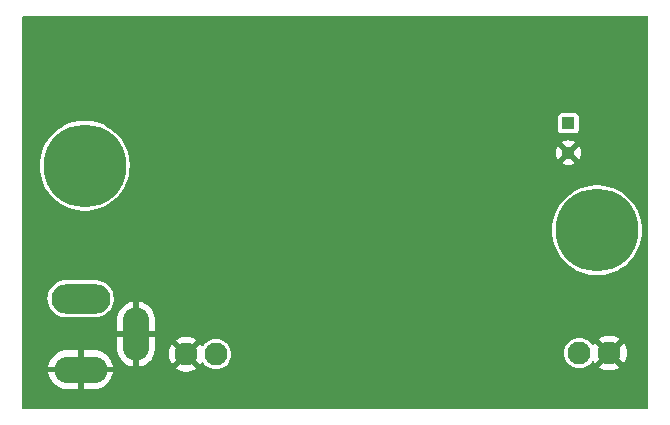
<source format=gbr>
%TF.GenerationSoftware,KiCad,Pcbnew,7.0.5-0*%
%TF.CreationDate,2023-07-08T10:54:15-04:00*%
%TF.ProjectId,PierogiNixiePSU,50696572-6f67-4694-9e69-786965505355,rev?*%
%TF.SameCoordinates,Original*%
%TF.FileFunction,Copper,L2,Inr*%
%TF.FilePolarity,Positive*%
%FSLAX46Y46*%
G04 Gerber Fmt 4.6, Leading zero omitted, Abs format (unit mm)*
G04 Created by KiCad (PCBNEW 7.0.5-0) date 2023-07-08 10:54:15*
%MOMM*%
%LPD*%
G01*
G04 APERTURE LIST*
%TA.AperFunction,ComponentPad*%
%ADD10C,1.950000*%
%TD*%
%TA.AperFunction,ComponentPad*%
%ADD11C,0.800000*%
%TD*%
%TA.AperFunction,ComponentPad*%
%ADD12C,7.000000*%
%TD*%
%TA.AperFunction,ComponentPad*%
%ADD13R,1.100000X1.100000*%
%TD*%
%TA.AperFunction,ComponentPad*%
%ADD14C,1.100000*%
%TD*%
%TA.AperFunction,ComponentPad*%
%ADD15O,5.000000X2.500000*%
%TD*%
%TA.AperFunction,ComponentPad*%
%ADD16O,4.500000X2.250000*%
%TD*%
%TA.AperFunction,ComponentPad*%
%ADD17O,2.250000X4.500000*%
%TD*%
%TA.AperFunction,ViaPad*%
%ADD18C,1.000000*%
%TD*%
G04 APERTURE END LIST*
D10*
%TO.N,GND*%
%TO.C,J1*%
X130430000Y-117000000D03*
%TO.N,Net-(C1-+)*%
X132970000Y-117000000D03*
%TD*%
D11*
%TO.N,N/C*%
%TO.C,H1*%
X162600000Y-106500000D03*
X163368845Y-104643845D03*
X163368845Y-108356155D03*
X165225000Y-103875000D03*
D12*
X165225000Y-106500000D03*
D11*
X165225000Y-109125000D03*
X167081155Y-104643845D03*
X167081155Y-108356155D03*
X167850000Y-106500000D03*
%TD*%
D13*
%TO.N,Net-(C4-+)*%
%TO.C,C4*%
X162800000Y-97450000D03*
D14*
%TO.N,GND*%
X162800000Y-99950000D03*
%TD*%
D10*
%TO.N,Net-(C4-+)*%
%TO.C,J2*%
X163730000Y-116900000D03*
%TO.N,GND*%
X166270000Y-116900000D03*
%TD*%
D15*
%TO.N,Net-(C1-+)*%
%TO.C,J3*%
X121500000Y-112300000D03*
D16*
%TO.N,GND*%
X121500000Y-118300000D03*
D17*
X126200000Y-115300000D03*
%TD*%
D11*
%TO.N,N/C*%
%TO.C,H2*%
X119218845Y-101043845D03*
X119987690Y-99187690D03*
X119987690Y-102900000D03*
X121843845Y-98418845D03*
D12*
X121843845Y-101043845D03*
D11*
X121843845Y-103668845D03*
X123700000Y-99187690D03*
X123700000Y-102900000D03*
X124468845Y-101043845D03*
%TD*%
D18*
%TO.N,GND*%
X126900000Y-101100000D03*
X142700000Y-117600000D03*
X125900000Y-107300000D03*
X160700000Y-113400000D03*
X152000000Y-111400000D03*
X122000000Y-94500000D03*
X137400000Y-114100000D03*
X167600000Y-96000000D03*
X166500000Y-111600000D03*
X166900000Y-101100000D03*
X128900000Y-111800000D03*
X154700000Y-111900000D03*
X142000000Y-108500000D03*
X164700000Y-94000000D03*
X156900000Y-106500000D03*
X118800000Y-94700000D03*
X118600000Y-107900000D03*
X139900000Y-95300000D03*
X121900000Y-90500000D03*
X141000000Y-102500000D03*
X157700000Y-103400000D03*
X122700000Y-107700000D03*
X154300000Y-103000000D03*
X143800000Y-113500000D03*
X156900000Y-101200000D03*
X154500000Y-99200000D03*
X126200000Y-94600000D03*
X125900000Y-90800000D03*
X148700000Y-111200000D03*
X139300000Y-105600000D03*
X147300000Y-106200000D03*
X148300000Y-113700000D03*
X142300000Y-116300000D03*
X136800000Y-103600000D03*
X154700000Y-90600000D03*
X129200000Y-103800000D03*
X138000000Y-119700000D03*
X167700000Y-89900000D03*
X118700000Y-91400000D03*
%TD*%
%TA.AperFunction,Conductor*%
%TO.N,GND*%
G36*
X169455360Y-88366588D02*
G01*
X169522397Y-88386277D01*
X169568148Y-88439084D01*
X169579350Y-88490588D01*
X169579350Y-121516588D01*
X169559665Y-121583627D01*
X169506861Y-121629382D01*
X169455342Y-121640588D01*
X116649492Y-121637010D01*
X116582453Y-121617321D01*
X116536702Y-121564514D01*
X116525500Y-121513010D01*
X116525500Y-118550000D01*
X118764651Y-118550000D01*
X118765043Y-118554995D01*
X118765044Y-118554997D01*
X118824752Y-118803702D01*
X118922634Y-119040012D01*
X118922636Y-119040015D01*
X119056278Y-119258100D01*
X119056279Y-119258102D01*
X119222398Y-119452601D01*
X119416897Y-119618720D01*
X119416899Y-119618721D01*
X119634984Y-119752363D01*
X119634987Y-119752365D01*
X119871297Y-119850247D01*
X120120011Y-119909957D01*
X120120010Y-119909957D01*
X120311144Y-119924999D01*
X120311158Y-119925000D01*
X121250000Y-119925000D01*
X121250000Y-118800000D01*
X121750000Y-118800000D01*
X121749999Y-119925000D01*
X122688842Y-119925000D01*
X122688855Y-119924999D01*
X122879988Y-119909957D01*
X123128702Y-119850247D01*
X123365012Y-119752365D01*
X123365015Y-119752363D01*
X123583100Y-119618721D01*
X123583102Y-119618720D01*
X123777601Y-119452601D01*
X123943720Y-119258102D01*
X123943721Y-119258100D01*
X124077363Y-119040015D01*
X124077365Y-119040012D01*
X124175247Y-118803702D01*
X124234955Y-118554997D01*
X124234956Y-118554995D01*
X124235349Y-118550000D01*
X122933686Y-118550000D01*
X122959493Y-118509844D01*
X123000000Y-118371889D01*
X123000000Y-118228111D01*
X122959493Y-118090156D01*
X122933686Y-118050000D01*
X124235349Y-118050000D01*
X124234956Y-118045004D01*
X124234955Y-118045002D01*
X124175247Y-117796297D01*
X124077365Y-117559987D01*
X124077363Y-117559984D01*
X123943721Y-117341899D01*
X123943720Y-117341897D01*
X123777601Y-117147398D01*
X123583102Y-116981279D01*
X123583100Y-116981278D01*
X123365015Y-116847636D01*
X123365012Y-116847634D01*
X123128702Y-116749752D01*
X122879988Y-116690042D01*
X122879989Y-116690042D01*
X122688855Y-116675000D01*
X121750000Y-116675000D01*
X121749999Y-117800000D01*
X121250000Y-117800000D01*
X121250000Y-116675000D01*
X120311144Y-116675000D01*
X120120011Y-116690042D01*
X119871297Y-116749752D01*
X119634987Y-116847634D01*
X119634984Y-116847636D01*
X119416899Y-116981278D01*
X119416897Y-116981279D01*
X119222398Y-117147398D01*
X119056279Y-117341897D01*
X119056278Y-117341899D01*
X118922636Y-117559984D01*
X118922634Y-117559987D01*
X118824752Y-117796297D01*
X118765044Y-118045002D01*
X118765043Y-118045004D01*
X118764651Y-118050000D01*
X120066314Y-118050000D01*
X120040507Y-118090156D01*
X120000000Y-118228111D01*
X120000000Y-118371889D01*
X120040507Y-118509844D01*
X120066314Y-118550000D01*
X118764651Y-118550000D01*
X116525500Y-118550000D01*
X116525500Y-116488855D01*
X124575000Y-116488855D01*
X124590042Y-116679988D01*
X124649752Y-116928702D01*
X124747634Y-117165012D01*
X124747636Y-117165015D01*
X124881278Y-117383100D01*
X124881279Y-117383102D01*
X125047398Y-117577601D01*
X125241897Y-117743720D01*
X125241899Y-117743721D01*
X125459984Y-117877363D01*
X125459987Y-117877365D01*
X125696297Y-117975247D01*
X125945010Y-118034957D01*
X125950000Y-118035348D01*
X125949999Y-116733686D01*
X125990156Y-116759493D01*
X126128111Y-116800000D01*
X126271889Y-116800000D01*
X126409844Y-116759493D01*
X126449999Y-116733686D01*
X126449999Y-118035348D01*
X126454989Y-118034957D01*
X126703702Y-117975247D01*
X126940012Y-117877365D01*
X126940015Y-117877363D01*
X127158100Y-117743721D01*
X127158102Y-117743720D01*
X127352601Y-117577601D01*
X127518720Y-117383102D01*
X127518721Y-117383100D01*
X127652363Y-117165015D01*
X127652365Y-117165012D01*
X127720713Y-117000005D01*
X128949944Y-117000005D01*
X128970130Y-117243605D01*
X129030138Y-117480573D01*
X129128328Y-117704424D01*
X129224626Y-117851820D01*
X129827452Y-117248993D01*
X129837188Y-117278956D01*
X129925186Y-117417619D01*
X130044903Y-117530040D01*
X130179510Y-117604041D01*
X129577757Y-118205793D01*
X129577758Y-118205794D01*
X129620485Y-118239050D01*
X129620485Y-118239051D01*
X129835468Y-118355394D01*
X129835476Y-118355397D01*
X130066664Y-118434765D01*
X130307779Y-118475000D01*
X130552221Y-118475000D01*
X130793335Y-118434765D01*
X131024523Y-118355397D01*
X131024531Y-118355394D01*
X131239515Y-118239050D01*
X131239516Y-118239048D01*
X131282240Y-118205794D01*
X131282241Y-118205793D01*
X130677534Y-117601086D01*
X130745629Y-117574126D01*
X130878492Y-117477595D01*
X130983175Y-117351055D01*
X131031631Y-117248079D01*
X131635372Y-117851820D01*
X131712808Y-117733298D01*
X131765954Y-117687941D01*
X131835186Y-117678518D01*
X131898521Y-117708020D01*
X131918190Y-117729996D01*
X131933472Y-117751820D01*
X131985487Y-117826105D01*
X132143895Y-117984513D01*
X132327404Y-118113008D01*
X132383252Y-118139050D01*
X132530432Y-118207681D01*
X132530434Y-118207681D01*
X132530439Y-118207684D01*
X132746829Y-118265666D01*
X132906236Y-118279612D01*
X132969998Y-118285191D01*
X132970000Y-118285191D01*
X132970002Y-118285191D01*
X133025792Y-118280309D01*
X133193171Y-118265666D01*
X133409561Y-118207684D01*
X133612596Y-118113008D01*
X133796105Y-117984513D01*
X133954513Y-117826105D01*
X134083008Y-117642596D01*
X134177684Y-117439561D01*
X134235666Y-117223171D01*
X134255191Y-117000000D01*
X134255190Y-116999994D01*
X134248953Y-116928702D01*
X134246442Y-116900001D01*
X162444809Y-116900001D01*
X162464333Y-117123165D01*
X162464334Y-117123173D01*
X162522314Y-117339556D01*
X162522318Y-117339567D01*
X162616990Y-117542592D01*
X162616996Y-117542602D01*
X162681402Y-117634583D01*
X162745487Y-117726105D01*
X162903895Y-117884513D01*
X163087404Y-118013008D01*
X163209555Y-118069967D01*
X163290432Y-118107681D01*
X163290434Y-118107681D01*
X163290439Y-118107684D01*
X163506829Y-118165666D01*
X163666236Y-118179612D01*
X163729998Y-118185191D01*
X163730000Y-118185191D01*
X163730002Y-118185191D01*
X163785792Y-118180309D01*
X163953171Y-118165666D01*
X164169561Y-118107684D01*
X164372596Y-118013008D01*
X164556105Y-117884513D01*
X164714513Y-117726105D01*
X164781811Y-117629993D01*
X164836385Y-117586372D01*
X164905883Y-117579179D01*
X164968238Y-117610701D01*
X164987192Y-117633298D01*
X165064626Y-117751820D01*
X165667452Y-117148993D01*
X165677188Y-117178956D01*
X165765186Y-117317619D01*
X165884903Y-117430040D01*
X166019510Y-117504041D01*
X165417757Y-118105793D01*
X165417758Y-118105794D01*
X165460485Y-118139050D01*
X165460485Y-118139051D01*
X165675468Y-118255394D01*
X165675476Y-118255397D01*
X165906664Y-118334765D01*
X166147779Y-118375000D01*
X166392221Y-118375000D01*
X166633335Y-118334765D01*
X166864523Y-118255397D01*
X166864531Y-118255394D01*
X167079515Y-118139050D01*
X167079516Y-118139048D01*
X167122240Y-118105794D01*
X167122241Y-118105793D01*
X166517534Y-117501086D01*
X166585629Y-117474126D01*
X166718492Y-117377595D01*
X166823175Y-117251055D01*
X166871632Y-117148078D01*
X167475372Y-117751820D01*
X167571669Y-117604429D01*
X167669861Y-117380573D01*
X167729869Y-117143605D01*
X167750055Y-116900005D01*
X167750055Y-116899994D01*
X167729869Y-116656394D01*
X167669861Y-116419426D01*
X167571671Y-116195575D01*
X167475372Y-116048178D01*
X166872546Y-116651004D01*
X166862812Y-116621044D01*
X166774814Y-116482381D01*
X166655097Y-116369960D01*
X166520489Y-116295958D01*
X167122240Y-115694205D01*
X167122240Y-115694204D01*
X167079514Y-115660949D01*
X167079514Y-115660948D01*
X166864531Y-115544605D01*
X166864523Y-115544602D01*
X166633335Y-115465234D01*
X166392221Y-115425000D01*
X166147779Y-115425000D01*
X165906664Y-115465234D01*
X165675476Y-115544602D01*
X165675468Y-115544605D01*
X165460484Y-115660949D01*
X165460478Y-115660953D01*
X165417758Y-115694203D01*
X165417758Y-115694205D01*
X166022466Y-116298913D01*
X165954371Y-116325874D01*
X165821508Y-116422405D01*
X165716825Y-116548945D01*
X165668368Y-116651920D01*
X165064626Y-116048179D01*
X164987192Y-116166701D01*
X164934045Y-116212057D01*
X164864814Y-116221481D01*
X164801478Y-116191979D01*
X164781808Y-116170002D01*
X164714516Y-116073899D01*
X164714511Y-116073893D01*
X164556105Y-115915487D01*
X164372602Y-115786996D01*
X164372599Y-115786994D01*
X164372596Y-115786992D01*
X164316755Y-115760953D01*
X164169567Y-115692318D01*
X164169556Y-115692314D01*
X163953173Y-115634334D01*
X163953165Y-115634333D01*
X163730002Y-115614809D01*
X163729998Y-115614809D01*
X163506834Y-115634333D01*
X163506826Y-115634334D01*
X163290443Y-115692314D01*
X163290437Y-115692317D01*
X163087404Y-115786992D01*
X163087400Y-115786994D01*
X162903899Y-115915483D01*
X162903893Y-115915488D01*
X162745488Y-116073893D01*
X162745483Y-116073899D01*
X162616994Y-116257400D01*
X162616992Y-116257404D01*
X162522317Y-116460437D01*
X162522314Y-116460443D01*
X162464334Y-116676826D01*
X162464333Y-116676834D01*
X162444809Y-116899998D01*
X162444809Y-116900001D01*
X134246442Y-116900001D01*
X134235666Y-116776829D01*
X134177684Y-116560439D01*
X134083008Y-116357405D01*
X134083006Y-116357402D01*
X134083005Y-116357400D01*
X133954516Y-116173899D01*
X133954511Y-116173893D01*
X133796105Y-116015487D01*
X133612602Y-115886996D01*
X133612599Y-115886994D01*
X133612596Y-115886992D01*
X133612592Y-115886990D01*
X133409567Y-115792318D01*
X133409556Y-115792314D01*
X133193173Y-115734334D01*
X133193165Y-115734333D01*
X132970002Y-115714809D01*
X132969998Y-115714809D01*
X132746834Y-115734333D01*
X132746826Y-115734334D01*
X132530443Y-115792314D01*
X132530437Y-115792317D01*
X132327404Y-115886992D01*
X132327400Y-115886994D01*
X132143899Y-116015483D01*
X132143893Y-116015488D01*
X131985488Y-116173893D01*
X131985487Y-116173895D01*
X131918191Y-116270003D01*
X131863613Y-116313628D01*
X131794115Y-116320820D01*
X131731760Y-116289298D01*
X131712807Y-116266701D01*
X131635372Y-116148178D01*
X131032546Y-116751004D01*
X131022812Y-116721044D01*
X130934814Y-116582381D01*
X130815097Y-116469960D01*
X130680489Y-116395958D01*
X131282240Y-115794205D01*
X131282240Y-115794204D01*
X131239514Y-115760949D01*
X131239514Y-115760948D01*
X131024531Y-115644605D01*
X131024523Y-115644602D01*
X130793335Y-115565234D01*
X130552221Y-115525000D01*
X130307779Y-115525000D01*
X130066664Y-115565234D01*
X129835476Y-115644602D01*
X129835468Y-115644605D01*
X129620484Y-115760949D01*
X129620478Y-115760953D01*
X129577758Y-115794203D01*
X129577758Y-115794205D01*
X130182466Y-116398913D01*
X130114371Y-116425874D01*
X129981508Y-116522405D01*
X129876825Y-116648945D01*
X129828368Y-116751921D01*
X129224625Y-116148178D01*
X129128329Y-116295572D01*
X129030138Y-116519426D01*
X128970130Y-116756394D01*
X128949944Y-116999994D01*
X128949944Y-117000005D01*
X127720713Y-117000005D01*
X127750247Y-116928702D01*
X127809957Y-116679988D01*
X127824999Y-116488855D01*
X127825000Y-116488842D01*
X127825000Y-115550000D01*
X126700000Y-115550000D01*
X126700000Y-115050000D01*
X127825000Y-115050000D01*
X127825000Y-114111157D01*
X127824999Y-114111144D01*
X127809957Y-113920011D01*
X127750247Y-113671297D01*
X127652365Y-113434987D01*
X127652363Y-113434984D01*
X127518721Y-113216899D01*
X127518720Y-113216897D01*
X127352601Y-113022398D01*
X127158102Y-112856279D01*
X127158100Y-112856278D01*
X126940015Y-112722636D01*
X126940012Y-112722634D01*
X126703702Y-112624752D01*
X126454997Y-112565044D01*
X126454995Y-112565043D01*
X126450000Y-112564650D01*
X126449999Y-113866313D01*
X126409844Y-113840507D01*
X126271889Y-113800000D01*
X126128111Y-113800000D01*
X125990156Y-113840507D01*
X125949999Y-113866313D01*
X125949999Y-112564650D01*
X125945004Y-112565043D01*
X125945002Y-112565044D01*
X125696297Y-112624752D01*
X125459987Y-112722634D01*
X125459984Y-112722636D01*
X125241899Y-112856278D01*
X125241897Y-112856279D01*
X125047398Y-113022398D01*
X124881279Y-113216897D01*
X124881278Y-113216899D01*
X124747636Y-113434984D01*
X124747634Y-113434987D01*
X124649752Y-113671297D01*
X124590042Y-113920011D01*
X124575000Y-114111144D01*
X124575000Y-115050000D01*
X125700000Y-115050000D01*
X125700000Y-115550000D01*
X124575000Y-115550000D01*
X124575000Y-116488855D01*
X116525500Y-116488855D01*
X116525500Y-112362822D01*
X118690904Y-112362822D01*
X118706114Y-112488081D01*
X118721174Y-112612112D01*
X118791038Y-112853311D01*
X118898689Y-113080180D01*
X118971997Y-113186386D01*
X119041338Y-113286843D01*
X119041341Y-113286847D01*
X119215287Y-113467944D01*
X119416035Y-113618797D01*
X119416037Y-113618798D01*
X119416041Y-113618801D01*
X119516064Y-113671297D01*
X119638388Y-113735498D01*
X119638390Y-113735498D01*
X119638391Y-113735499D01*
X119757486Y-113775259D01*
X119876580Y-113815019D01*
X119936257Y-113824717D01*
X120124441Y-113855299D01*
X120124442Y-113855300D01*
X120124443Y-113855300D01*
X122812670Y-113855300D01*
X122812680Y-113855300D01*
X123000299Y-113840154D01*
X123244116Y-113780058D01*
X123475135Y-113681630D01*
X123687374Y-113547419D01*
X123875335Y-113380899D01*
X124034151Y-113186386D01*
X124159708Y-112968915D01*
X124248754Y-112734119D01*
X124298983Y-112488081D01*
X124309095Y-112237171D01*
X124278826Y-111987888D01*
X124208962Y-111746689D01*
X124101311Y-111519820D01*
X123958663Y-111313158D01*
X123958660Y-111313155D01*
X123958658Y-111313152D01*
X123784712Y-111132055D01*
X123583964Y-110981202D01*
X123583960Y-110981199D01*
X123583959Y-110981199D01*
X123556309Y-110966687D01*
X123361611Y-110864501D01*
X123361607Y-110864500D01*
X123123419Y-110784980D01*
X122875559Y-110744700D01*
X122875557Y-110744700D01*
X120187320Y-110744700D01*
X120187310Y-110744700D01*
X119999701Y-110759845D01*
X119755881Y-110819942D01*
X119524870Y-110918367D01*
X119524869Y-110918367D01*
X119312623Y-111052582D01*
X119124666Y-111219098D01*
X118965848Y-111413613D01*
X118965845Y-111413618D01*
X118840292Y-111631083D01*
X118751245Y-111865883D01*
X118701017Y-112111912D01*
X118701016Y-112111922D01*
X118690904Y-112362822D01*
X116525500Y-112362822D01*
X116525500Y-106500000D01*
X161414810Y-106500000D01*
X161434358Y-106885470D01*
X161492804Y-107266981D01*
X161589550Y-107640638D01*
X161723593Y-108002564D01*
X161723599Y-108002579D01*
X161893572Y-108349092D01*
X161893573Y-108349093D01*
X162097735Y-108676640D01*
X162333987Y-108981853D01*
X162599905Y-109261598D01*
X162892757Y-109513004D01*
X162892760Y-109513006D01*
X163209547Y-109733496D01*
X163547015Y-109920806D01*
X163901701Y-110073014D01*
X163901711Y-110073017D01*
X163901716Y-110073019D01*
X164269955Y-110188555D01*
X164269958Y-110188555D01*
X164269966Y-110188558D01*
X164648031Y-110266252D01*
X164955219Y-110297490D01*
X165032016Y-110305300D01*
X165032017Y-110305300D01*
X165417984Y-110305300D01*
X165481980Y-110298791D01*
X165801969Y-110266252D01*
X166180034Y-110188558D01*
X166548299Y-110073014D01*
X166902985Y-109920806D01*
X167240453Y-109733496D01*
X167557240Y-109513006D01*
X167850095Y-109261598D01*
X168116013Y-108981853D01*
X168352265Y-108676640D01*
X168556427Y-108349093D01*
X168726404Y-108002571D01*
X168860452Y-107640630D01*
X168957195Y-107266986D01*
X169015641Y-106885471D01*
X169035190Y-106500000D01*
X169015641Y-106114529D01*
X168957195Y-105733014D01*
X168860452Y-105359370D01*
X168726404Y-104997429D01*
X168653667Y-104849145D01*
X168556427Y-104650907D01*
X168535203Y-104616856D01*
X168352265Y-104323360D01*
X168116013Y-104018147D01*
X167850095Y-103738402D01*
X167602318Y-103525692D01*
X167557242Y-103486995D01*
X167240453Y-103266504D01*
X167240448Y-103266501D01*
X166902984Y-103079193D01*
X166548304Y-102926988D01*
X166548283Y-102926980D01*
X166180044Y-102811444D01*
X166180038Y-102811443D01*
X166180035Y-102811442D01*
X166180034Y-102811442D01*
X165801969Y-102733748D01*
X165801968Y-102733747D01*
X165801964Y-102733747D01*
X165417984Y-102694700D01*
X165417983Y-102694700D01*
X165032017Y-102694700D01*
X165032016Y-102694700D01*
X164648035Y-102733747D01*
X164269961Y-102811443D01*
X164269955Y-102811444D01*
X163901716Y-102926980D01*
X163901695Y-102926988D01*
X163547015Y-103079193D01*
X163209551Y-103266501D01*
X163209546Y-103266504D01*
X162892757Y-103486995D01*
X162599905Y-103738401D01*
X162333982Y-104018152D01*
X162097738Y-104323355D01*
X161893572Y-104650907D01*
X161723599Y-104997420D01*
X161723593Y-104997435D01*
X161589550Y-105359361D01*
X161492804Y-105733018D01*
X161434358Y-106114529D01*
X161414810Y-106500000D01*
X116525500Y-106500000D01*
X116525500Y-101043845D01*
X118033655Y-101043845D01*
X118053203Y-101429315D01*
X118111649Y-101810826D01*
X118208395Y-102184483D01*
X118342438Y-102546409D01*
X118342444Y-102546424D01*
X118512417Y-102892937D01*
X118599469Y-103032598D01*
X118716580Y-103220485D01*
X118716582Y-103220488D01*
X118716583Y-103220489D01*
X118922873Y-103486995D01*
X118952832Y-103525698D01*
X119155022Y-103738401D01*
X119218750Y-103805443D01*
X119511602Y-104056849D01*
X119511605Y-104056851D01*
X119828392Y-104277341D01*
X120165860Y-104464651D01*
X120520546Y-104616859D01*
X120520556Y-104616862D01*
X120520561Y-104616864D01*
X120888800Y-104732400D01*
X120888803Y-104732400D01*
X120888811Y-104732403D01*
X121266876Y-104810097D01*
X121574064Y-104841335D01*
X121650861Y-104849145D01*
X121650862Y-104849145D01*
X122036829Y-104849145D01*
X122100825Y-104842636D01*
X122420814Y-104810097D01*
X122798879Y-104732403D01*
X123167144Y-104616859D01*
X123521830Y-104464651D01*
X123859298Y-104277341D01*
X124176085Y-104056851D01*
X124468940Y-103805443D01*
X124734858Y-103525698D01*
X124971110Y-103220485D01*
X125175272Y-102892938D01*
X125345249Y-102546416D01*
X125479297Y-102184475D01*
X125576040Y-101810831D01*
X125634486Y-101429316D01*
X125654035Y-101043845D01*
X125644155Y-100849023D01*
X162254528Y-100849023D01*
X162396233Y-100924766D01*
X162594165Y-100984808D01*
X162800000Y-101005080D01*
X163005834Y-100984808D01*
X163203764Y-100924766D01*
X163345470Y-100849022D01*
X162800001Y-100303553D01*
X162800000Y-100303553D01*
X162254528Y-100849023D01*
X125644155Y-100849023D01*
X125634486Y-100658374D01*
X125576040Y-100276859D01*
X125491410Y-99949999D01*
X161744919Y-99949999D01*
X161765191Y-100155834D01*
X161825233Y-100353766D01*
X161900975Y-100495469D01*
X161900976Y-100495469D01*
X162417145Y-99979302D01*
X162446372Y-99979302D01*
X162475047Y-100092538D01*
X162538936Y-100190327D01*
X162631115Y-100262072D01*
X162741595Y-100300000D01*
X162829005Y-100300000D01*
X162915216Y-100285614D01*
X163017947Y-100230019D01*
X163097060Y-100144079D01*
X163143982Y-100037108D01*
X163151200Y-99950000D01*
X163153553Y-99950000D01*
X163699022Y-100495469D01*
X163774766Y-100353764D01*
X163834808Y-100155834D01*
X163855080Y-99949999D01*
X163834808Y-99744165D01*
X163774766Y-99546233D01*
X163699023Y-99404528D01*
X163153553Y-99949999D01*
X163153553Y-99950000D01*
X163151200Y-99950000D01*
X163153628Y-99920698D01*
X163124953Y-99807462D01*
X163061064Y-99709673D01*
X162968885Y-99637928D01*
X162858405Y-99600000D01*
X162770995Y-99600000D01*
X162684784Y-99614386D01*
X162582053Y-99669981D01*
X162502940Y-99755921D01*
X162456018Y-99862892D01*
X162446372Y-99979302D01*
X162417145Y-99979302D01*
X162446447Y-99950000D01*
X162446447Y-99949999D01*
X161900976Y-99404529D01*
X161900975Y-99404529D01*
X161825234Y-99546234D01*
X161765191Y-99744166D01*
X161744919Y-99949999D01*
X125491410Y-99949999D01*
X125479297Y-99903215D01*
X125420391Y-99744165D01*
X125347086Y-99546234D01*
X125345249Y-99541274D01*
X125278172Y-99404529D01*
X125175272Y-99194752D01*
X125175271Y-99194752D01*
X125085655Y-99050976D01*
X162254529Y-99050976D01*
X162800000Y-99596447D01*
X162800001Y-99596447D01*
X163345469Y-99050976D01*
X163345469Y-99050975D01*
X163203766Y-98975233D01*
X163005834Y-98915191D01*
X162800000Y-98894919D01*
X162594166Y-98915191D01*
X162396234Y-98975234D01*
X162254529Y-99050975D01*
X162254529Y-99050976D01*
X125085655Y-99050976D01*
X124971110Y-98867205D01*
X124734858Y-98561992D01*
X124468940Y-98282247D01*
X124438639Y-98256234D01*
X124193247Y-98045571D01*
X161944700Y-98045571D01*
X161944702Y-98045594D01*
X161947661Y-98071106D01*
X161947662Y-98071109D01*
X161993765Y-98175524D01*
X161993766Y-98175525D01*
X162074475Y-98256234D01*
X162178891Y-98302338D01*
X162204421Y-98305300D01*
X163395578Y-98305299D01*
X163421109Y-98302338D01*
X163525525Y-98256234D01*
X163606234Y-98175525D01*
X163652338Y-98071109D01*
X163655300Y-98045579D01*
X163655299Y-96854422D01*
X163652338Y-96828891D01*
X163606234Y-96724475D01*
X163525525Y-96643766D01*
X163525523Y-96643765D01*
X163421110Y-96597662D01*
X163395579Y-96594700D01*
X162204428Y-96594700D01*
X162204405Y-96594702D01*
X162178893Y-96597661D01*
X162178890Y-96597662D01*
X162074475Y-96643765D01*
X161993766Y-96724474D01*
X161947662Y-96828888D01*
X161947662Y-96828890D01*
X161944700Y-96854419D01*
X161944700Y-98045571D01*
X124193247Y-98045571D01*
X124176087Y-98030840D01*
X123859298Y-97810349D01*
X123859293Y-97810346D01*
X123521829Y-97623038D01*
X123167149Y-97470833D01*
X123167128Y-97470825D01*
X122798889Y-97355289D01*
X122798883Y-97355288D01*
X122798880Y-97355287D01*
X122798879Y-97355287D01*
X122420814Y-97277593D01*
X122420813Y-97277592D01*
X122420809Y-97277592D01*
X122036829Y-97238545D01*
X122036828Y-97238545D01*
X121650862Y-97238545D01*
X121650861Y-97238545D01*
X121266880Y-97277592D01*
X120888806Y-97355288D01*
X120888800Y-97355289D01*
X120520561Y-97470825D01*
X120520540Y-97470833D01*
X120165860Y-97623038D01*
X119828396Y-97810346D01*
X119828391Y-97810349D01*
X119511602Y-98030840D01*
X119218750Y-98282246D01*
X118952827Y-98561997D01*
X118716583Y-98867200D01*
X118512417Y-99194752D01*
X118342444Y-99541265D01*
X118342438Y-99541280D01*
X118208395Y-99903206D01*
X118111649Y-100276863D01*
X118053203Y-100658374D01*
X118033655Y-101043845D01*
X116525500Y-101043845D01*
X116525500Y-88487010D01*
X116545185Y-88419971D01*
X116597989Y-88374216D01*
X116649506Y-88363010D01*
X169455360Y-88366588D01*
G37*
%TD.AperFunction*%
%TD*%
M02*

</source>
